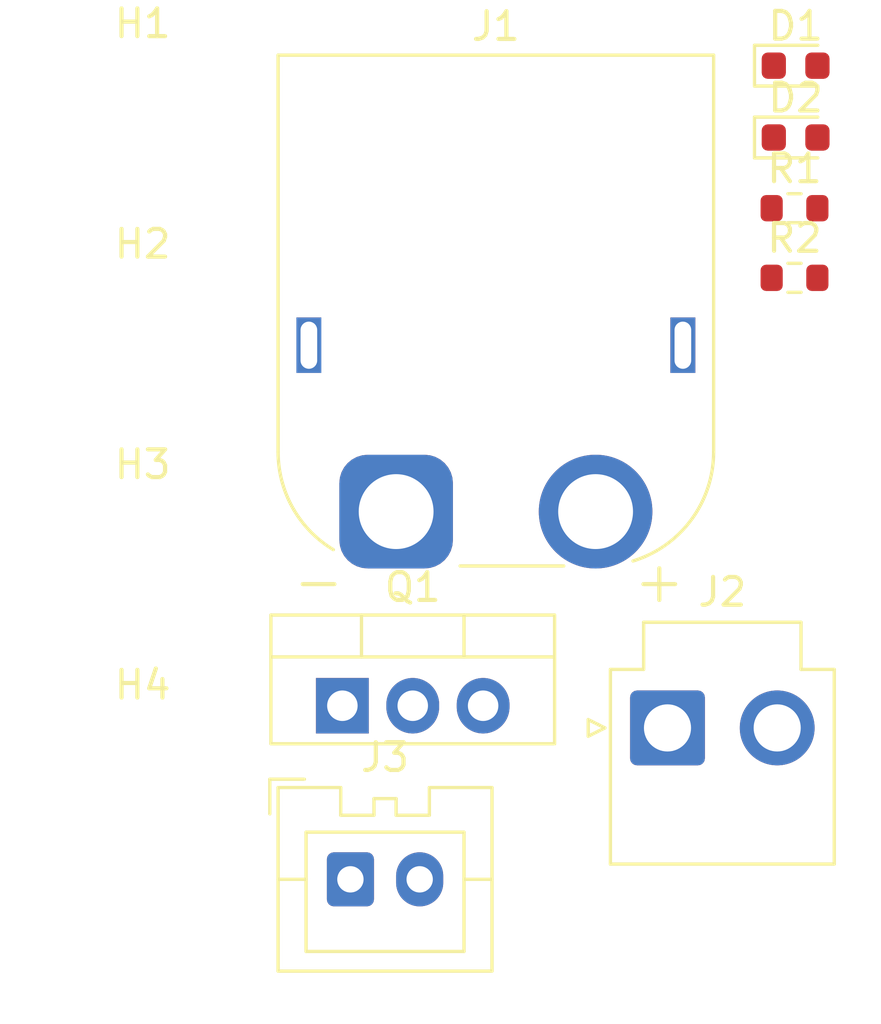
<source format=kicad_pcb>
(kicad_pcb (version 20221018) (generator pcbnew)
  (layers (0 "F.Cu" signal) (31 "B.Cu" signal) (34 "B.Paste" user) (35 "F.Paste" user) (36 "B.SilkS" user "B.Silkscreen") (37 "F.SilkS" user "F.Silkscreen") (38 "B.Mask" user) (39 "F.Mask" user) (44 "Edge.Cuts" user))
  (net 0 "")
  (net 1 "+12V")
  (net 2 "Net-(D1-A)")
  (net 3 "Net-(D2-K)")
  (net 4 "GND")
  (net 5 "Net-(J2-Pin_2)")
  (net 6 "Net-(Q1-G)")
  (footprint "MountingHole:MountingHole_3.2mm_M3" (layer "F.Cu") (at 55.835 42.3)
    (fp_text reference "H1" (at 0 -4.2) (layer "F.SilkS"))
    (fp_text value "MountingHole")
    (pad "" np_thru_hole circle (at 0 0) (size 3.2 3.2) (drill 3.2) (layers "*.Cu" "*.Mask"))
  )
  (footprint "Resistor_SMD:R_0603_1608Metric" (layer "F.Cu") (at 79.365 44.76)
    (fp_text reference "R1" (at 0 -1.43) (layer "F.SilkS"))
    (fp_text value "R_5k")
    (fp_line (start -0.237258 -0.5225) (end 0.237258 -0.5225) (stroke (width 0.12)) (layer "F.SilkS"))
    (fp_line (start -0.237258 0.5225) (end 0.237258 0.5225) (stroke (width 0.12)) (layer "F.SilkS"))
    (pad "1" smd roundrect (at -0.825 0) (size 0.8 0.95) (layers "F.Cu" "F.Paste" "F.Mask") (net 5 "Net-(J2-Pin_2)"))
    (pad "2" smd roundrect (at 0.825 0) (size 0.8 0.95) (layers "F.Cu" "F.Paste" "F.Mask") (net 6 "Net-(Q1-G)"))
  )
  (footprint "Package_TO_SOT_THT:TO-220-3_Vertical" (layer "F.Cu") (at 63.045 62.7)
    (fp_text reference "Q1" (at 2.54 -4.27) (layer "F.SilkS"))
    (fp_text value "TK7R4A10RL")
    (fp_line (start -2.58 -3.27) (end -2.58 1.371) (stroke (width 0.12)) (layer "F.SilkS"))
    (fp_line (start -2.58 -3.27) (end 7.66 -3.27) (stroke (width 0.12)) (layer "F.SilkS"))
    (fp_line (start -2.58 -1.76) (end 7.66 -1.76) (stroke (width 0.12)) (layer "F.SilkS"))
    (fp_line (start -2.58 1.371) (end 7.66 1.371) (stroke (width 0.12)) (layer "F.SilkS"))
    (fp_line (start 0.69 -3.27) (end 0.69 -1.76) (stroke (width 0.12)) (layer "F.SilkS"))
    (fp_line (start 4.391 -3.27) (end 4.391 -1.76) (stroke (width 0.12)) (layer "F.SilkS"))
    (fp_line (start 7.66 -3.27) (end 7.66 1.371) (stroke (width 0.12)) (layer "F.SilkS"))
    (pad "1" thru_hole rect (at 0 0) (size 1.905 2) (drill 1.1) (layers "*.Cu" "*.Mask") (net 6 "Net-(Q1-G)"))
    (pad "2" thru_hole oval (at 2.54 0) (size 1.905 2) (drill 1.1) (layers "*.Cu" "*.Mask") (net 3 "Net-(D2-K)"))
    (pad "3" thru_hole oval (at 5.08 0) (size 1.905 2) (drill 1.1) (layers "*.Cu" "*.Mask") (net 4 "GND"))
  )
  (footprint "Diode_SMD:D_0603_1608Metric" (layer "F.Cu") (at 79.405 42.21)
    (fp_text reference "D2" (at 0 -1.43) (layer "F.SilkS"))
    (fp_text value "D_Zener")
    (fp_line (start -1.485 -0.735) (end -1.485 0.735) (stroke (width 0.12)) (layer "F.SilkS"))
    (fp_line (start -1.485 0.735) (end 0.8 0.735) (stroke (width 0.12)) (layer "F.SilkS"))
    (fp_line (start 0.8 -0.735) (end -1.485 -0.735) (stroke (width 0.12)) (layer "F.SilkS"))
    (pad "1" smd roundrect (at -0.7875 0) (size 0.875 0.95) (layers "F.Cu" "F.Paste" "F.Mask") (net 3 "Net-(D2-K)"))
    (pad "2" smd roundrect (at 0.7875 0) (size 0.875 0.95) (layers "F.Cu" "F.Paste" "F.Mask") (net 2 "Net-(D1-A)"))
  )
  (footprint "Connector_JST:JST_VH_B2P-VH_1x02_P3.96mm_Vertical" (layer "F.Cu") (at 74.78 63.5)
    (fp_text reference "J2" (at 1.98 -4.9) (layer "F.SilkS"))
    (fp_text value "VH")
    (fp_line (start -2.86 -0.3) (end -2.26 0) (stroke (width 0.12)) (layer "F.SilkS"))
    (fp_line (start -2.86 0.3) (end -2.86 -0.3) (stroke (width 0.12)) (layer "F.SilkS"))
    (fp_line (start -2.26 0) (end -2.86 0.3) (stroke (width 0.12)) (layer "F.SilkS"))
    (fp_line (start -2.06 -2.11) (end -0.86 -2.11) (stroke (width 0.12)) (layer "F.SilkS"))
    (fp_line (start -2.06 4.91) (end -2.06 -2.11) (stroke (width 0.12)) (layer "F.SilkS"))
    (fp_line (start -0.86 -3.81) (end 4.82 -3.81) (stroke (width 0.12)) (layer "F.SilkS"))
    (fp_line (start -0.86 -2.11) (end -0.86 -3.81) (stroke (width 0.12)) (layer "F.SilkS"))
    (fp_line (start 4.82 -3.81) (end 4.82 -2.11) (stroke (width 0.12)) (layer "F.SilkS"))
    (fp_line (start 4.82 -2.11) (end 6.02 -2.11) (stroke (width 0.12)) (layer "F.SilkS"))
    (fp_line (start 6.02 -2.11) (end 6.02 4.91) (stroke (width 0.12)) (layer "F.SilkS"))
    (fp_line (start 6.02 4.91) (end -2.06 4.91) (stroke (width 0.12)) (layer "F.SilkS"))
    (pad "1" thru_hole roundrect (at 0 0) (size 2.7 2.7) (drill 1.7) (layers "*.Cu" "*.Mask") (roundrect_rratio 0.092593) (net 1 "+12V"))
    (pad "2" thru_hole circle (at 3.96 0) (size 2.7 2.7) (drill 1.7) (layers "*.Cu" "*.Mask") (net 5 "Net-(J2-Pin_2)"))
  )
  (footprint "MountingHole:MountingHole_3.2mm_M3" (layer "F.Cu") (at 55.835 50.25)
    (fp_text reference "H2" (at 0 -4.2) (layer "F.SilkS"))
    (fp_text value "MountingHole")
    (pad "" np_thru_hole circle (at 0 0) (size 3.2 3.2) (drill 3.2) (layers "*.Cu" "*.Mask"))
  )
  (footprint "Connector_JST:JST_XA_B02B-XASK-1_1x02_P2.50mm_Vertical" (layer "F.Cu") (at 63.335 68.96)
    (fp_text reference "J3" (at 1.25 -4.4) (layer "F.SilkS"))
    (fp_text value "XA")
    (fp_line (start -2.91 -3.61) (end -2.91 -2.36) (stroke (width 0.12)) (layer "F.SilkS"))
    (fp_line (start -2.61 -3.31) (end -2.61 3.31) (stroke (width 0.12)) (layer "F.SilkS"))
    (fp_line (start -2.61 0) (end -1.6 0) (stroke (width 0.12)) (layer "F.SilkS"))
    (fp_line (start -2.61 3.31) (end 5.11 3.31) (stroke (width 0.12)) (layer "F.SilkS"))
    (fp_line (start -1.66 -3.61) (end -2.91 -3.61) (stroke (width 0.12)) (layer "F.SilkS"))
    (fp_line (start -1.6 -1.7) (end -1.6 2.6) (stroke (width 0.12)) (layer "F.SilkS"))
    (fp_line (start -1.6 2.6) (end 4.1 2.6) (stroke (width 0.12)) (layer "F.SilkS"))
    (fp_line (start -0.35 -3.31) (end -2.61 -3.31) (stroke (width 0.12)) (layer "F.SilkS"))
    (fp_line (start -0.35 -2.31) (end -0.35 -3.31) (stroke (width 0.12)) (layer "F.SilkS"))
    (fp_line (start 0.85 -2.91) (end 0.85 -2.31) (stroke (width 0.12)) (layer "F.SilkS"))
    (fp_line (start 0.85 -2.31) (end -0.35 -2.31) (stroke (width 0.12)) (layer "F.SilkS"))
    (fp_line (start 1.65 -2.91) (end 0.85 -2.91) (stroke (width 0.12)) (layer "F.SilkS"))
    (fp_line (start 1.65 -2.31) (end 1.65 -2.91) (stroke (width 0.12)) (layer "F.SilkS"))
    (fp_line (start 2.85 -3.31) (end 2.85 -2.31) (stroke (width 0.12)) (layer "F.SilkS"))
    (fp_line (start 2.85 -2.31) (end 1.65 -2.31) (stroke (width 0.12)) (layer "F.SilkS"))
    (fp_line (start 4.1 -1.7) (end -1.6 -1.7) (stroke (width 0.12)) (layer "F.SilkS"))
    (fp_line (start 4.1 2.6) (end 4.1 -1.7) (stroke (width 0.12)) (layer "F.SilkS"))
    (fp_line (start 5.11 -3.31) (end 2.85 -3.31) (stroke (width 0.12)) (layer "F.SilkS"))
    (fp_line (start 5.11 0) (end 4.1 0) (stroke (width 0.12)) (layer "F.SilkS"))
    (fp_line (start 5.11 3.31) (end 5.11 -3.31) (stroke (width 0.12)) (layer "F.SilkS"))
    (pad "1" thru_hole roundrect (at 0 0) (size 1.7 1.95) (drill 0.95) (layers "*.Cu" "*.Mask") (roundrect_rratio 0.147059) (net 1 "+12V"))
    (pad "2" thru_hole oval (at 2.5 0) (size 1.7 1.95) (drill 0.95) (layers "*.Cu" "*.Mask") (net 3 "Net-(D2-K)"))
  )
  (footprint "MountingHole:MountingHole_3.2mm_M3" (layer "F.Cu") (at 55.835 58.2)
    (fp_text reference "H3" (at 0 -4.2) (layer "F.SilkS"))
    (fp_text value "MountingHole")
    (pad "" np_thru_hole circle (at 0 0) (size 3.2 3.2) (drill 3.2) (layers "*.Cu" "*.Mask"))
  )
  (footprint "MountingHole:MountingHole_3.2mm_M3" (layer "F.Cu") (at 55.835 66.15)
    (fp_text reference "H4" (at 0 -4.2) (layer "F.SilkS"))
    (fp_text value "MountingHole")
    (pad "" np_thru_hole circle (at 0 0) (size 3.2 3.2) (drill 3.2) (layers "*.Cu" "*.Mask"))
  )
  (footprint "Diode_SMD:D_0603_1608Metric" (layer "F.Cu") (at 79.405 39.62)
    (fp_text reference "D1" (at 0 -1.43) (layer "F.SilkS"))
    (fp_text value "D")
    (fp_line (start -1.485 -0.735) (end -1.485 0.735) (stroke (width 0.12)) (layer "F.SilkS"))
    (fp_line (start -1.485 0.735) (end 0.8 0.735) (stroke (width 0.12)) (layer "F.SilkS"))
    (fp_line (start 0.8 -0.735) (end -1.485 -0.735) (stroke (width 0.12)) (layer "F.SilkS"))
    (pad "1" smd roundrect (at -0.7875 0) (size 0.875 0.95) (layers "F.Cu" "F.Paste" "F.Mask") (net 1 "+12V"))
    (pad "2" smd roundrect (at 0.7875 0) (size 0.875 0.95) (layers "F.Cu" "F.Paste" "F.Mask") (net 2 "Net-(D1-A)"))
  )
  (footprint "Resistor_SMD:R_0603_1608Metric" (layer "F.Cu") (at 79.365 47.27)
    (fp_text reference "R2" (at 0 -1.43) (layer "F.SilkS"))
    (fp_text value "R_10k")
    (fp_line (start -0.237258 -0.5225) (end 0.237258 -0.5225) (stroke (width 0.12)) (layer "F.SilkS"))
    (fp_line (start -0.237258 0.5225) (end 0.237258 0.5225) (stroke (width 0.12)) (layer "F.SilkS"))
    (pad "1" smd roundrect (at -0.825 0) (size 0.8 0.95) (layers "F.Cu" "F.Paste" "F.Mask") (net 6 "Net-(Q1-G)"))
    (pad "2" smd roundrect (at 0.825 0) (size 0.8 0.95) (layers "F.Cu" "F.Paste" "F.Mask") (net 4 "GND"))
  )
  (footprint "Connector_AMASS:AMASS_XT60PW-M_1x02_P7.20mm_Horizontal" (layer "F.Cu") (at 64.985 55.7)
    (fp_text reference "J1" (at 3.6 -17.5) (layer "F.SilkS"))
    (fp_text value "XT60")
    (fp_text user "-" (at -2.8 2.5) (layer "F.SilkS") (effects (font (size 1.5 1.5))))
    (fp_text user "+" (at 9.5 2.5) (layer "F.SilkS") (effects (font (size 1.5 1.5))))
    (fp_line (start -4.26 -16.46) (end -4.26 -2.15) (stroke (width 0.12)) (layer "F.SilkS"))
    (fp_line (start -4.26 -16.46) (end 11.46 -16.46) (stroke (width 0.12)) (layer "F.SilkS"))
    (fp_line (start 2.31 1.96) (end 6.05 1.96) (stroke (width 0.12)) (layer "F.SilkS"))
    (fp_line (start 11.46 -16.46) (end 11.46 -2.15) (stroke (width 0.12)) (layer "F.SilkS"))
    (fp_arc (start -2.266806 1.372958) (mid -3.727162 -0.126139) (end -4.26 -2.15) (stroke (width 0.12)) (layer "F.SilkS"))
    (fp_arc (start 11.46 -2.15) (mid 10.653852 0.294722) (end 8.551648 1.780413) (stroke (width 0.12)) (layer "F.SilkS"))
    (pad "" thru_hole rect (at -3.15 -6) (size 0.9 2) (drill oval 0.6 1.7) (layers "*.Cu" "*.Mask"))
    (pad "" thru_hole rect (at 10.35 -6) (size 0.9 2) (drill oval 0.6 1.7) (layers "*.Cu" "*.Mask"))
    (pad "1" thru_hole roundrect (at 0 0) (size 4.1 4.1) (drill 2.7) (layers "*.Cu" "*.Mask") (net 1 "+12V"))
    (pad "2" thru_hole circle (at 7.2 0) (size 4.1 4.1) (drill 2.7) (layers "*.Cu" "*.Mask") (net 4 "GND"))
  )
)
</source>
